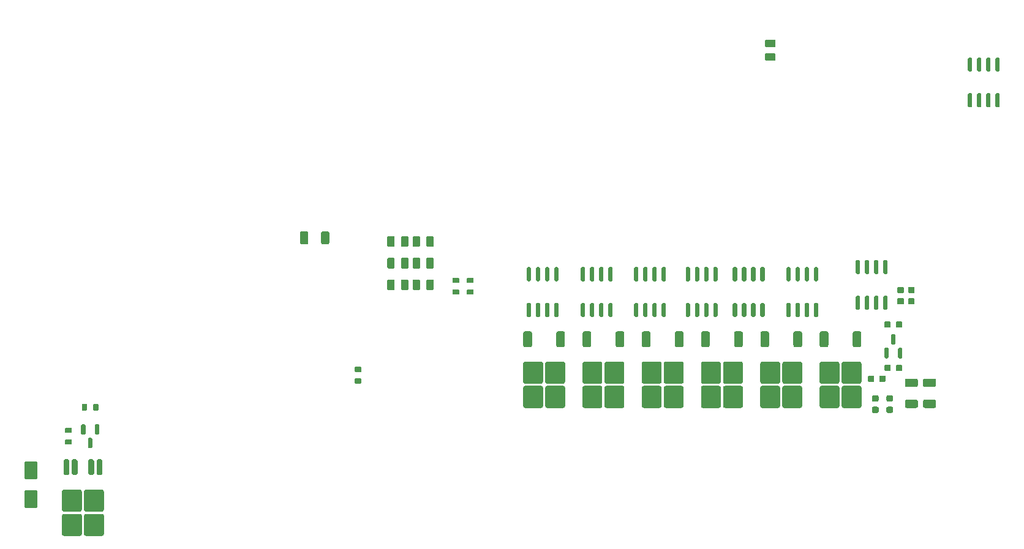
<source format=gtp>
G04 #@! TF.GenerationSoftware,KiCad,Pcbnew,8.0.9-8.0.9-0~ubuntu24.04.1*
G04 #@! TF.CreationDate,2025-12-28T01:44:34+00:00*
G04 #@! TF.ProjectId,greenenergyecu,67726565-6e65-46e6-9572-67796563752e,d*
G04 #@! TF.SameCoordinates,PX2b953a0PY6943058*
G04 #@! TF.FileFunction,Paste,Top*
G04 #@! TF.FilePolarity,Positive*
%FSLAX46Y46*%
G04 Gerber Fmt 4.6, Leading zero omitted, Abs format (unit mm)*
G04 Created by KiCad (PCBNEW 8.0.9-8.0.9-0~ubuntu24.04.1) date 2025-12-28 01:44:34*
%MOMM*%
%LPD*%
G01*
G04 APERTURE LIST*
%ADD10O,0.000001X0.000001*%
G04 APERTURE END LIST*
G04 #@! TO.C,C5*
G36*
G01*
X131960000Y59590001D02*
X132640000Y59590001D01*
G75*
G02*
X132725000Y59505001I0J-85000D01*
G01*
X132725000Y58825001D01*
G75*
G02*
X132640000Y58740001I-85000J0D01*
G01*
X131960000Y58740001D01*
G75*
G02*
X131875000Y58825001I0J85000D01*
G01*
X131875000Y59505001D01*
G75*
G02*
X131960000Y59590001I85000J0D01*
G01*
G37*
G36*
G01*
X131960000Y58009999D02*
X132640000Y58009999D01*
G75*
G02*
X132725000Y57924999I0J-85000D01*
G01*
X132725000Y57244999D01*
G75*
G02*
X132640000Y57159999I-85000J0D01*
G01*
X131960000Y57159999D01*
G75*
G02*
X131875000Y57244999I0J85000D01*
G01*
X131875000Y57924999D01*
G75*
G02*
X131960000Y58009999I85000J0D01*
G01*
G37*
G04 #@! TD*
D10*
G04 #@! TO.C,M7*
X123487499Y97518334D03*
G04 #@! TD*
G04 #@! TO.C,R843*
G36*
G01*
X55410000Y48525000D02*
X56190000Y48525000D01*
G75*
G02*
X56260000Y48455000I0J-70000D01*
G01*
X56260000Y47895000D01*
G75*
G02*
X56190000Y47825000I-70000J0D01*
G01*
X55410000Y47825000D01*
G75*
G02*
X55340000Y47895000I0J70000D01*
G01*
X55340000Y48455000D01*
G75*
G02*
X55410000Y48525000I70000J0D01*
G01*
G37*
G36*
G01*
X55410000Y46925000D02*
X56190000Y46925000D01*
G75*
G02*
X56260000Y46855000I0J-70000D01*
G01*
X56260000Y46295000D01*
G75*
G02*
X56190000Y46225000I-70000J0D01*
G01*
X55410000Y46225000D01*
G75*
G02*
X55340000Y46295000I0J70000D01*
G01*
X55340000Y46855000D01*
G75*
G02*
X55410000Y46925000I70000J0D01*
G01*
G37*
G04 #@! TD*
G04 #@! TO.C,D1*
G36*
G01*
X9920000Y35475000D02*
X11220000Y35475000D01*
G75*
G02*
X11470000Y35225000I0J-250000D01*
G01*
X11470000Y33225000D01*
G75*
G02*
X11220000Y32975000I-250000J0D01*
G01*
X9920000Y32975000D01*
G75*
G02*
X9670000Y33225000I0J250000D01*
G01*
X9670000Y35225000D01*
G75*
G02*
X9920000Y35475000I250000J0D01*
G01*
G37*
G36*
G01*
X9920000Y31475000D02*
X11220000Y31475000D01*
G75*
G02*
X11470000Y31225000I0J-250000D01*
G01*
X11470000Y29225000D01*
G75*
G02*
X11220000Y28975000I-250000J0D01*
G01*
X9920000Y28975000D01*
G75*
G02*
X9670000Y29225000I0J250000D01*
G01*
X9670000Y31225000D01*
G75*
G02*
X9920000Y31475000I250000J0D01*
G01*
G37*
G04 #@! TD*
G04 #@! TO.C,C843*
G36*
G01*
X128725000Y47215000D02*
X128725000Y46535000D01*
G75*
G02*
X128640000Y46450000I-85000J0D01*
G01*
X127960000Y46450000D01*
G75*
G02*
X127875000Y46535000I0J85000D01*
G01*
X127875000Y47215000D01*
G75*
G02*
X127960000Y47300000I85000J0D01*
G01*
X128640000Y47300000D01*
G75*
G02*
X128725000Y47215000I0J-85000D01*
G01*
G37*
G36*
G01*
X127144998Y47215000D02*
X127144998Y46535000D01*
G75*
G02*
X127059998Y46450000I-85000J0D01*
G01*
X126379998Y46450000D01*
G75*
G02*
X126294998Y46535000I0J85000D01*
G01*
X126294998Y47215000D01*
G75*
G02*
X126379998Y47300000I85000J0D01*
G01*
X127059998Y47300000D01*
G75*
G02*
X127144998Y47215000I0J-85000D01*
G01*
G37*
G04 #@! TD*
G04 #@! TO.C,U846*
G36*
G01*
X125045000Y56425000D02*
X124745000Y56425000D01*
G75*
G02*
X124595000Y56575000I0J150000D01*
G01*
X124595000Y58225000D01*
G75*
G02*
X124745000Y58375000I150000J0D01*
G01*
X125045000Y58375000D01*
G75*
G02*
X125195000Y58225000I0J-150000D01*
G01*
X125195000Y56575000D01*
G75*
G02*
X125045000Y56425000I-150000J0D01*
G01*
G37*
G36*
G01*
X126315000Y56425000D02*
X126015000Y56425000D01*
G75*
G02*
X125865000Y56575000I0J150000D01*
G01*
X125865000Y58225000D01*
G75*
G02*
X126015000Y58375000I150000J0D01*
G01*
X126315000Y58375000D01*
G75*
G02*
X126465000Y58225000I0J-150000D01*
G01*
X126465000Y56575000D01*
G75*
G02*
X126315000Y56425000I-150000J0D01*
G01*
G37*
G36*
G01*
X127585000Y56425000D02*
X127285000Y56425000D01*
G75*
G02*
X127135000Y56575000I0J150000D01*
G01*
X127135000Y58225000D01*
G75*
G02*
X127285000Y58375000I150000J0D01*
G01*
X127585000Y58375000D01*
G75*
G02*
X127735000Y58225000I0J-150000D01*
G01*
X127735000Y56575000D01*
G75*
G02*
X127585000Y56425000I-150000J0D01*
G01*
G37*
G36*
G01*
X128855000Y56425000D02*
X128555000Y56425000D01*
G75*
G02*
X128405000Y56575000I0J150000D01*
G01*
X128405000Y58225000D01*
G75*
G02*
X128555000Y58375000I150000J0D01*
G01*
X128855000Y58375000D01*
G75*
G02*
X129005000Y58225000I0J-150000D01*
G01*
X129005000Y56575000D01*
G75*
G02*
X128855000Y56425000I-150000J0D01*
G01*
G37*
G36*
G01*
X128855000Y61375000D02*
X128555000Y61375000D01*
G75*
G02*
X128405000Y61525000I0J150000D01*
G01*
X128405000Y63175000D01*
G75*
G02*
X128555000Y63325000I150000J0D01*
G01*
X128855000Y63325000D01*
G75*
G02*
X129005000Y63175000I0J-150000D01*
G01*
X129005000Y61525000D01*
G75*
G02*
X128855000Y61375000I-150000J0D01*
G01*
G37*
G36*
G01*
X127585000Y61375000D02*
X127285000Y61375000D01*
G75*
G02*
X127135000Y61525000I0J150000D01*
G01*
X127135000Y63175000D01*
G75*
G02*
X127285000Y63325000I150000J0D01*
G01*
X127585000Y63325000D01*
G75*
G02*
X127735000Y63175000I0J-150000D01*
G01*
X127735000Y61525000D01*
G75*
G02*
X127585000Y61375000I-150000J0D01*
G01*
G37*
G36*
G01*
X126315000Y61375000D02*
X126015000Y61375000D01*
G75*
G02*
X125865000Y61525000I0J150000D01*
G01*
X125865000Y63175000D01*
G75*
G02*
X126015000Y63325000I150000J0D01*
G01*
X126315000Y63325000D01*
G75*
G02*
X126465000Y63175000I0J-150000D01*
G01*
X126465000Y61525000D01*
G75*
G02*
X126315000Y61375000I-150000J0D01*
G01*
G37*
G36*
G01*
X125045000Y61375000D02*
X124745000Y61375000D01*
G75*
G02*
X124595000Y61525000I0J150000D01*
G01*
X124595000Y63175000D01*
G75*
G02*
X124745000Y63325000I150000J0D01*
G01*
X125045000Y63325000D01*
G75*
G02*
X125195000Y63175000I0J-150000D01*
G01*
X125195000Y61525000D01*
G75*
G02*
X125045000Y61375000I-150000J0D01*
G01*
G37*
G04 #@! TD*
G04 #@! TO.C,F842*
G36*
G01*
X135700000Y43769990D02*
X135700000Y43079990D01*
G75*
G02*
X135470000Y42849990I-230000J0D01*
G01*
X134130000Y42849990D01*
G75*
G02*
X133900000Y43079990I0J230000D01*
G01*
X133900000Y43769990D01*
G75*
G02*
X134130000Y43999990I230000J0D01*
G01*
X135470000Y43999990D01*
G75*
G02*
X135700000Y43769990I0J-230000D01*
G01*
G37*
G36*
G01*
X135700000Y46670010D02*
X135700000Y45980010D01*
G75*
G02*
X135470000Y45750010I-230000J0D01*
G01*
X134130000Y45750010D01*
G75*
G02*
X133900000Y45980010I0J230000D01*
G01*
X133900000Y46670010D01*
G75*
G02*
X134130000Y46900010I230000J0D01*
G01*
X135470000Y46900010D01*
G75*
G02*
X135700000Y46670010I0J-230000D01*
G01*
G37*
G04 #@! TD*
G04 #@! TO.C,F843*
G36*
G01*
X48694990Y65475000D02*
X48004990Y65475000D01*
G75*
G02*
X47774990Y65705000I0J230000D01*
G01*
X47774990Y67045000D01*
G75*
G02*
X48004990Y67275000I230000J0D01*
G01*
X48694990Y67275000D01*
G75*
G02*
X48924990Y67045000I0J-230000D01*
G01*
X48924990Y65705000D01*
G75*
G02*
X48694990Y65475000I-230000J0D01*
G01*
G37*
G36*
G01*
X51595010Y65475000D02*
X50905010Y65475000D01*
G75*
G02*
X50675010Y65705000I0J230000D01*
G01*
X50675010Y67045000D01*
G75*
G02*
X50905010Y67275000I230000J0D01*
G01*
X51595010Y67275000D01*
G75*
G02*
X51825010Y67045000I0J-230000D01*
G01*
X51825010Y65705000D01*
G75*
G02*
X51595010Y65475000I-230000J0D01*
G01*
G37*
G04 #@! TD*
G04 #@! TO.C,Q841*
G36*
G01*
X83450000Y53450000D02*
X84150000Y53450000D01*
G75*
G02*
X84400000Y53200000I0J-250000D01*
G01*
X84400000Y51500000D01*
G75*
G02*
X84150000Y51250000I-250000J0D01*
G01*
X83450000Y51250000D01*
G75*
G02*
X83200000Y51500000I0J250000D01*
G01*
X83200000Y53200000D01*
G75*
G02*
X83450000Y53450000I250000J0D01*
G01*
G37*
G36*
G01*
X81920000Y49250000D02*
X84170000Y49250000D01*
G75*
G02*
X84420000Y49000000I0J-250000D01*
G01*
X84420000Y46450000D01*
G75*
G02*
X84170000Y46200000I-250000J0D01*
G01*
X81920000Y46200000D01*
G75*
G02*
X81670000Y46450000I0J250000D01*
G01*
X81670000Y49000000D01*
G75*
G02*
X81920000Y49250000I250000J0D01*
G01*
G37*
G36*
G01*
X78870000Y49250000D02*
X81120000Y49250000D01*
G75*
G02*
X81370000Y49000000I0J-250000D01*
G01*
X81370000Y46450000D01*
G75*
G02*
X81120000Y46200000I-250000J0D01*
G01*
X78870000Y46200000D01*
G75*
G02*
X78620000Y46450000I0J250000D01*
G01*
X78620000Y49000000D01*
G75*
G02*
X78870000Y49250000I250000J0D01*
G01*
G37*
G36*
G01*
X81920000Y45900000D02*
X84170000Y45900000D01*
G75*
G02*
X84420000Y45650000I0J-250000D01*
G01*
X84420000Y43100000D01*
G75*
G02*
X84170000Y42850000I-250000J0D01*
G01*
X81920000Y42850000D01*
G75*
G02*
X81670000Y43100000I0J250000D01*
G01*
X81670000Y45650000D01*
G75*
G02*
X81920000Y45900000I250000J0D01*
G01*
G37*
G36*
G01*
X78870000Y45900000D02*
X81120000Y45900000D01*
G75*
G02*
X81370000Y45650000I0J-250000D01*
G01*
X81370000Y43100000D01*
G75*
G02*
X81120000Y42850000I-250000J0D01*
G01*
X78870000Y42850000D01*
G75*
G02*
X78620000Y43100000I0J250000D01*
G01*
X78620000Y45650000D01*
G75*
G02*
X78870000Y45900000I250000J0D01*
G01*
G37*
G36*
G01*
X78890000Y53450000D02*
X79590000Y53450000D01*
G75*
G02*
X79840000Y53200000I0J-250000D01*
G01*
X79840000Y51500000D01*
G75*
G02*
X79590000Y51250000I-250000J0D01*
G01*
X78890000Y51250000D01*
G75*
G02*
X78640000Y51500000I0J250000D01*
G01*
X78640000Y53200000D01*
G75*
G02*
X78890000Y53450000I250000J0D01*
G01*
G37*
G04 #@! TD*
G04 #@! TO.C,F841*
G36*
G01*
X133200000Y43769990D02*
X133200000Y43079990D01*
G75*
G02*
X132970000Y42849990I-230000J0D01*
G01*
X131630000Y42849990D01*
G75*
G02*
X131400000Y43079990I0J230000D01*
G01*
X131400000Y43769990D01*
G75*
G02*
X131630000Y43999990I230000J0D01*
G01*
X132970000Y43999990D01*
G75*
G02*
X133200000Y43769990I0J-230000D01*
G01*
G37*
G36*
G01*
X133200000Y46670010D02*
X133200000Y45980010D01*
G75*
G02*
X132970000Y45750010I-230000J0D01*
G01*
X131630000Y45750010D01*
G75*
G02*
X131400000Y45980010I0J230000D01*
G01*
X131400000Y46670010D01*
G75*
G02*
X131630000Y46900010I230000J0D01*
G01*
X132970000Y46900010D01*
G75*
G02*
X133200000Y46670010I0J-230000D01*
G01*
G37*
G04 #@! TD*
G04 #@! TO.C,U842*
G36*
G01*
X90555000Y62325000D02*
X90855000Y62325000D01*
G75*
G02*
X91005000Y62175000I0J-150000D01*
G01*
X91005000Y60525000D01*
G75*
G02*
X90855000Y60375000I-150000J0D01*
G01*
X90555000Y60375000D01*
G75*
G02*
X90405000Y60525000I0J150000D01*
G01*
X90405000Y62175000D01*
G75*
G02*
X90555000Y62325000I150000J0D01*
G01*
G37*
G36*
G01*
X89285000Y62325000D02*
X89585000Y62325000D01*
G75*
G02*
X89735000Y62175000I0J-150000D01*
G01*
X89735000Y60525000D01*
G75*
G02*
X89585000Y60375000I-150000J0D01*
G01*
X89285000Y60375000D01*
G75*
G02*
X89135000Y60525000I0J150000D01*
G01*
X89135000Y62175000D01*
G75*
G02*
X89285000Y62325000I150000J0D01*
G01*
G37*
G36*
G01*
X88015000Y62325000D02*
X88315000Y62325000D01*
G75*
G02*
X88465000Y62175000I0J-150000D01*
G01*
X88465000Y60525000D01*
G75*
G02*
X88315000Y60375000I-150000J0D01*
G01*
X88015000Y60375000D01*
G75*
G02*
X87865000Y60525000I0J150000D01*
G01*
X87865000Y62175000D01*
G75*
G02*
X88015000Y62325000I150000J0D01*
G01*
G37*
G36*
G01*
X86745000Y62325000D02*
X87045000Y62325000D01*
G75*
G02*
X87195000Y62175000I0J-150000D01*
G01*
X87195000Y60525000D01*
G75*
G02*
X87045000Y60375000I-150000J0D01*
G01*
X86745000Y60375000D01*
G75*
G02*
X86595000Y60525000I0J150000D01*
G01*
X86595000Y62175000D01*
G75*
G02*
X86745000Y62325000I150000J0D01*
G01*
G37*
G36*
G01*
X86745000Y57375000D02*
X87045000Y57375000D01*
G75*
G02*
X87195000Y57225000I0J-150000D01*
G01*
X87195000Y55575000D01*
G75*
G02*
X87045000Y55425000I-150000J0D01*
G01*
X86745000Y55425000D01*
G75*
G02*
X86595000Y55575000I0J150000D01*
G01*
X86595000Y57225000D01*
G75*
G02*
X86745000Y57375000I150000J0D01*
G01*
G37*
G36*
G01*
X88015000Y57375000D02*
X88315000Y57375000D01*
G75*
G02*
X88465000Y57225000I0J-150000D01*
G01*
X88465000Y55575000D01*
G75*
G02*
X88315000Y55425000I-150000J0D01*
G01*
X88015000Y55425000D01*
G75*
G02*
X87865000Y55575000I0J150000D01*
G01*
X87865000Y57225000D01*
G75*
G02*
X88015000Y57375000I150000J0D01*
G01*
G37*
G36*
G01*
X89285000Y57375000D02*
X89585000Y57375000D01*
G75*
G02*
X89735000Y57225000I0J-150000D01*
G01*
X89735000Y55575000D01*
G75*
G02*
X89585000Y55425000I-150000J0D01*
G01*
X89285000Y55425000D01*
G75*
G02*
X89135000Y55575000I0J150000D01*
G01*
X89135000Y57225000D01*
G75*
G02*
X89285000Y57375000I150000J0D01*
G01*
G37*
G36*
G01*
X90555000Y57375000D02*
X90855000Y57375000D01*
G75*
G02*
X91005000Y57225000I0J-150000D01*
G01*
X91005000Y55575000D01*
G75*
G02*
X90855000Y55425000I-150000J0D01*
G01*
X90555000Y55425000D01*
G75*
G02*
X90405000Y55575000I0J150000D01*
G01*
X90405000Y57225000D01*
G75*
G02*
X90555000Y57375000I150000J0D01*
G01*
G37*
G04 #@! TD*
G04 #@! TO.C,C845*
G36*
G01*
X128584999Y48035000D02*
X128584999Y48715000D01*
G75*
G02*
X128669999Y48800000I85000J0D01*
G01*
X129349999Y48800000D01*
G75*
G02*
X129434999Y48715000I0J-85000D01*
G01*
X129434999Y48035000D01*
G75*
G02*
X129349999Y47950000I-85000J0D01*
G01*
X128669999Y47950000D01*
G75*
G02*
X128584999Y48035000I0J85000D01*
G01*
G37*
G36*
G01*
X130165001Y48035000D02*
X130165001Y48715000D01*
G75*
G02*
X130250001Y48800000I85000J0D01*
G01*
X130930001Y48800000D01*
G75*
G02*
X131015001Y48715000I0J-85000D01*
G01*
X131015001Y48035000D01*
G75*
G02*
X130930001Y47950000I-85000J0D01*
G01*
X130250001Y47950000D01*
G75*
G02*
X130165001Y48035000I0J85000D01*
G01*
G37*
G04 #@! TD*
G04 #@! TO.C,R847*
G36*
G01*
X69690000Y58525000D02*
X68910000Y58525000D01*
G75*
G02*
X68840000Y58595000I0J70000D01*
G01*
X68840000Y59155000D01*
G75*
G02*
X68910000Y59225000I70000J0D01*
G01*
X69690000Y59225000D01*
G75*
G02*
X69760000Y59155000I0J-70000D01*
G01*
X69760000Y58595000D01*
G75*
G02*
X69690000Y58525000I-70000J0D01*
G01*
G37*
G36*
G01*
X69690000Y60125000D02*
X68910000Y60125000D01*
G75*
G02*
X68840000Y60195000I0J70000D01*
G01*
X68840000Y60755000D01*
G75*
G02*
X68910000Y60825000I70000J0D01*
G01*
X69690000Y60825000D01*
G75*
G02*
X69760000Y60755000I0J-70000D01*
G01*
X69760000Y60195000D01*
G75*
G02*
X69690000Y60125000I-70000J0D01*
G01*
G37*
G04 #@! TD*
G04 #@! TO.C,U848*
G36*
G01*
X105055000Y62325000D02*
X105355000Y62325000D01*
G75*
G02*
X105505000Y62175000I0J-150000D01*
G01*
X105505000Y60525000D01*
G75*
G02*
X105355000Y60375000I-150000J0D01*
G01*
X105055000Y60375000D01*
G75*
G02*
X104905000Y60525000I0J150000D01*
G01*
X104905000Y62175000D01*
G75*
G02*
X105055000Y62325000I150000J0D01*
G01*
G37*
G36*
G01*
X103785000Y62325000D02*
X104085000Y62325000D01*
G75*
G02*
X104235000Y62175000I0J-150000D01*
G01*
X104235000Y60525000D01*
G75*
G02*
X104085000Y60375000I-150000J0D01*
G01*
X103785000Y60375000D01*
G75*
G02*
X103635000Y60525000I0J150000D01*
G01*
X103635000Y62175000D01*
G75*
G02*
X103785000Y62325000I150000J0D01*
G01*
G37*
G36*
G01*
X102515000Y62325000D02*
X102815000Y62325000D01*
G75*
G02*
X102965000Y62175000I0J-150000D01*
G01*
X102965000Y60525000D01*
G75*
G02*
X102815000Y60375000I-150000J0D01*
G01*
X102515000Y60375000D01*
G75*
G02*
X102365000Y60525000I0J150000D01*
G01*
X102365000Y62175000D01*
G75*
G02*
X102515000Y62325000I150000J0D01*
G01*
G37*
G36*
G01*
X101245000Y62325000D02*
X101545000Y62325000D01*
G75*
G02*
X101695000Y62175000I0J-150000D01*
G01*
X101695000Y60525000D01*
G75*
G02*
X101545000Y60375000I-150000J0D01*
G01*
X101245000Y60375000D01*
G75*
G02*
X101095000Y60525000I0J150000D01*
G01*
X101095000Y62175000D01*
G75*
G02*
X101245000Y62325000I150000J0D01*
G01*
G37*
G36*
G01*
X101245000Y57375000D02*
X101545000Y57375000D01*
G75*
G02*
X101695000Y57225000I0J-150000D01*
G01*
X101695000Y55575000D01*
G75*
G02*
X101545000Y55425000I-150000J0D01*
G01*
X101245000Y55425000D01*
G75*
G02*
X101095000Y55575000I0J150000D01*
G01*
X101095000Y57225000D01*
G75*
G02*
X101245000Y57375000I150000J0D01*
G01*
G37*
G36*
G01*
X102515000Y57375000D02*
X102815000Y57375000D01*
G75*
G02*
X102965000Y57225000I0J-150000D01*
G01*
X102965000Y55575000D01*
G75*
G02*
X102815000Y55425000I-150000J0D01*
G01*
X102515000Y55425000D01*
G75*
G02*
X102365000Y55575000I0J150000D01*
G01*
X102365000Y57225000D01*
G75*
G02*
X102515000Y57375000I150000J0D01*
G01*
G37*
G36*
G01*
X103785000Y57375000D02*
X104085000Y57375000D01*
G75*
G02*
X104235000Y57225000I0J-150000D01*
G01*
X104235000Y55575000D01*
G75*
G02*
X104085000Y55425000I-150000J0D01*
G01*
X103785000Y55425000D01*
G75*
G02*
X103635000Y55575000I0J150000D01*
G01*
X103635000Y57225000D01*
G75*
G02*
X103785000Y57375000I150000J0D01*
G01*
G37*
G36*
G01*
X105055000Y57375000D02*
X105355000Y57375000D01*
G75*
G02*
X105505000Y57225000I0J-150000D01*
G01*
X105505000Y55575000D01*
G75*
G02*
X105355000Y55425000I-150000J0D01*
G01*
X105055000Y55425000D01*
G75*
G02*
X104905000Y55575000I0J150000D01*
G01*
X104905000Y57225000D01*
G75*
G02*
X105055000Y57375000I150000J0D01*
G01*
G37*
G04 #@! TD*
G04 #@! TO.C,R848*
G36*
G01*
X71690000Y58525000D02*
X70910000Y58525000D01*
G75*
G02*
X70840000Y58595000I0J70000D01*
G01*
X70840000Y59155000D01*
G75*
G02*
X70910000Y59225000I70000J0D01*
G01*
X71690000Y59225000D01*
G75*
G02*
X71760000Y59155000I0J-70000D01*
G01*
X71760000Y58595000D01*
G75*
G02*
X71690000Y58525000I-70000J0D01*
G01*
G37*
G36*
G01*
X71690000Y60125000D02*
X70910000Y60125000D01*
G75*
G02*
X70840000Y60195000I0J70000D01*
G01*
X70840000Y60755000D01*
G75*
G02*
X70910000Y60825000I70000J0D01*
G01*
X71690000Y60825000D01*
G75*
G02*
X71760000Y60755000I0J-70000D01*
G01*
X71760000Y60195000D01*
G75*
G02*
X71690000Y60125000I-70000J0D01*
G01*
G37*
G04 #@! TD*
G04 #@! TO.C,R8*
G36*
G01*
X62750001Y63500000D02*
X62750001Y62250000D01*
G75*
G02*
X62650001Y62150000I-100000J0D01*
G01*
X61850001Y62150000D01*
G75*
G02*
X61750001Y62250000I0J100000D01*
G01*
X61750001Y63500000D01*
G75*
G02*
X61850001Y63600000I100000J0D01*
G01*
X62650001Y63600000D01*
G75*
G02*
X62750001Y63500000I0J-100000D01*
G01*
G37*
G36*
G01*
X60849979Y63500000D02*
X60849979Y62250000D01*
G75*
G02*
X60749979Y62150000I-100000J0D01*
G01*
X59949979Y62150000D01*
G75*
G02*
X59849979Y62250000I0J100000D01*
G01*
X59849979Y63500000D01*
G75*
G02*
X59949979Y63600000I100000J0D01*
G01*
X60749979Y63600000D01*
G75*
G02*
X60849979Y63500000I0J-100000D01*
G01*
G37*
G04 #@! TD*
G04 #@! TO.C,C844*
G36*
G01*
X128584999Y54035000D02*
X128584999Y54715000D01*
G75*
G02*
X128669999Y54800000I85000J0D01*
G01*
X129349999Y54800000D01*
G75*
G02*
X129434999Y54715000I0J-85000D01*
G01*
X129434999Y54035000D01*
G75*
G02*
X129349999Y53950000I-85000J0D01*
G01*
X128669999Y53950000D01*
G75*
G02*
X128584999Y54035000I0J85000D01*
G01*
G37*
G36*
G01*
X130165001Y54035000D02*
X130165001Y54715000D01*
G75*
G02*
X130250001Y54800000I85000J0D01*
G01*
X130930001Y54800000D01*
G75*
G02*
X131015001Y54715000I0J-85000D01*
G01*
X131015001Y54035000D01*
G75*
G02*
X130930001Y53950000I-85000J0D01*
G01*
X130250001Y53950000D01*
G75*
G02*
X130165001Y54035000I0J85000D01*
G01*
G37*
G04 #@! TD*
G04 #@! TO.C,Q845*
G36*
G01*
X116230000Y53450000D02*
X116930000Y53450000D01*
G75*
G02*
X117180000Y53200000I0J-250000D01*
G01*
X117180000Y51500000D01*
G75*
G02*
X116930000Y51250000I-250000J0D01*
G01*
X116230000Y51250000D01*
G75*
G02*
X115980000Y51500000I0J250000D01*
G01*
X115980000Y53200000D01*
G75*
G02*
X116230000Y53450000I250000J0D01*
G01*
G37*
G36*
G01*
X114700000Y49250000D02*
X116950000Y49250000D01*
G75*
G02*
X117200000Y49000000I0J-250000D01*
G01*
X117200000Y46450000D01*
G75*
G02*
X116950000Y46200000I-250000J0D01*
G01*
X114700000Y46200000D01*
G75*
G02*
X114450000Y46450000I0J250000D01*
G01*
X114450000Y49000000D01*
G75*
G02*
X114700000Y49250000I250000J0D01*
G01*
G37*
G36*
G01*
X111650000Y49250000D02*
X113900000Y49250000D01*
G75*
G02*
X114150000Y49000000I0J-250000D01*
G01*
X114150000Y46450000D01*
G75*
G02*
X113900000Y46200000I-250000J0D01*
G01*
X111650000Y46200000D01*
G75*
G02*
X111400000Y46450000I0J250000D01*
G01*
X111400000Y49000000D01*
G75*
G02*
X111650000Y49250000I250000J0D01*
G01*
G37*
G36*
G01*
X114700000Y45900000D02*
X116950000Y45900000D01*
G75*
G02*
X117200000Y45650000I0J-250000D01*
G01*
X117200000Y43100000D01*
G75*
G02*
X116950000Y42850000I-250000J0D01*
G01*
X114700000Y42850000D01*
G75*
G02*
X114450000Y43100000I0J250000D01*
G01*
X114450000Y45650000D01*
G75*
G02*
X114700000Y45900000I250000J0D01*
G01*
G37*
G36*
G01*
X111650000Y45900000D02*
X113900000Y45900000D01*
G75*
G02*
X114150000Y45650000I0J-250000D01*
G01*
X114150000Y43100000D01*
G75*
G02*
X113900000Y42850000I-250000J0D01*
G01*
X111650000Y42850000D01*
G75*
G02*
X111400000Y43100000I0J250000D01*
G01*
X111400000Y45650000D01*
G75*
G02*
X111650000Y45900000I250000J0D01*
G01*
G37*
G36*
G01*
X111670000Y53450000D02*
X112370000Y53450000D01*
G75*
G02*
X112620000Y53200000I0J-250000D01*
G01*
X112620000Y51500000D01*
G75*
G02*
X112370000Y51250000I-250000J0D01*
G01*
X111670000Y51250000D01*
G75*
G02*
X111420000Y51500000I0J250000D01*
G01*
X111420000Y53200000D01*
G75*
G02*
X111670000Y53450000I250000J0D01*
G01*
G37*
G04 #@! TD*
G04 #@! TO.C,Q842*
G36*
G01*
X91645000Y53450000D02*
X92345000Y53450000D01*
G75*
G02*
X92595000Y53200000I0J-250000D01*
G01*
X92595000Y51500000D01*
G75*
G02*
X92345000Y51250000I-250000J0D01*
G01*
X91645000Y51250000D01*
G75*
G02*
X91395000Y51500000I0J250000D01*
G01*
X91395000Y53200000D01*
G75*
G02*
X91645000Y53450000I250000J0D01*
G01*
G37*
G36*
G01*
X90115000Y49250000D02*
X92365000Y49250000D01*
G75*
G02*
X92615000Y49000000I0J-250000D01*
G01*
X92615000Y46450000D01*
G75*
G02*
X92365000Y46200000I-250000J0D01*
G01*
X90115000Y46200000D01*
G75*
G02*
X89865000Y46450000I0J250000D01*
G01*
X89865000Y49000000D01*
G75*
G02*
X90115000Y49250000I250000J0D01*
G01*
G37*
G36*
G01*
X87065000Y49250000D02*
X89315000Y49250000D01*
G75*
G02*
X89565000Y49000000I0J-250000D01*
G01*
X89565000Y46450000D01*
G75*
G02*
X89315000Y46200000I-250000J0D01*
G01*
X87065000Y46200000D01*
G75*
G02*
X86815000Y46450000I0J250000D01*
G01*
X86815000Y49000000D01*
G75*
G02*
X87065000Y49250000I250000J0D01*
G01*
G37*
G36*
G01*
X90115000Y45900000D02*
X92365000Y45900000D01*
G75*
G02*
X92615000Y45650000I0J-250000D01*
G01*
X92615000Y43100000D01*
G75*
G02*
X92365000Y42850000I-250000J0D01*
G01*
X90115000Y42850000D01*
G75*
G02*
X89865000Y43100000I0J250000D01*
G01*
X89865000Y45650000D01*
G75*
G02*
X90115000Y45900000I250000J0D01*
G01*
G37*
G36*
G01*
X87065000Y45900000D02*
X89315000Y45900000D01*
G75*
G02*
X89565000Y45650000I0J-250000D01*
G01*
X89565000Y43100000D01*
G75*
G02*
X89315000Y42850000I-250000J0D01*
G01*
X87065000Y42850000D01*
G75*
G02*
X86815000Y43100000I0J250000D01*
G01*
X86815000Y45650000D01*
G75*
G02*
X87065000Y45900000I250000J0D01*
G01*
G37*
G36*
G01*
X87085000Y53450000D02*
X87785000Y53450000D01*
G75*
G02*
X88035000Y53200000I0J-250000D01*
G01*
X88035000Y51500000D01*
G75*
G02*
X87785000Y51250000I-250000J0D01*
G01*
X87085000Y51250000D01*
G75*
G02*
X86835000Y51500000I0J250000D01*
G01*
X86835000Y53200000D01*
G75*
G02*
X87085000Y53450000I250000J0D01*
G01*
G37*
G04 #@! TD*
G04 #@! TO.C,R7*
G36*
G01*
X62750001Y60500000D02*
X62750001Y59250000D01*
G75*
G02*
X62650001Y59150000I-100000J0D01*
G01*
X61850001Y59150000D01*
G75*
G02*
X61750001Y59250000I0J100000D01*
G01*
X61750001Y60500000D01*
G75*
G02*
X61850001Y60600000I100000J0D01*
G01*
X62650001Y60600000D01*
G75*
G02*
X62750001Y60500000I0J-100000D01*
G01*
G37*
G36*
G01*
X60849979Y60500000D02*
X60849979Y59250000D01*
G75*
G02*
X60749979Y59150000I-100000J0D01*
G01*
X59949979Y59150000D01*
G75*
G02*
X59849979Y59250000I0J100000D01*
G01*
X59849979Y60500000D01*
G75*
G02*
X59949979Y60600000I100000J0D01*
G01*
X60749979Y60600000D01*
G75*
G02*
X60849979Y60500000I0J-100000D01*
G01*
G37*
G04 #@! TD*
G04 #@! TO.C,D846*
G36*
G01*
X129000000Y49700000D02*
X128700000Y49700000D01*
G75*
G02*
X128550000Y49850000I0J150000D01*
G01*
X128550000Y51025000D01*
G75*
G02*
X128700000Y51175000I150000J0D01*
G01*
X129000000Y51175000D01*
G75*
G02*
X129150000Y51025000I0J-150000D01*
G01*
X129150000Y49850000D01*
G75*
G02*
X129000000Y49700000I-150000J0D01*
G01*
G37*
G36*
G01*
X130900000Y49700000D02*
X130600000Y49700000D01*
G75*
G02*
X130450000Y49850000I0J150000D01*
G01*
X130450000Y51025000D01*
G75*
G02*
X130600000Y51175000I150000J0D01*
G01*
X130900000Y51175000D01*
G75*
G02*
X131050000Y51025000I0J-150000D01*
G01*
X131050000Y49850000D01*
G75*
G02*
X130900000Y49700000I-150000J0D01*
G01*
G37*
G36*
G01*
X129950000Y51575000D02*
X129650000Y51575000D01*
G75*
G02*
X129500000Y51725000I0J150000D01*
G01*
X129500000Y52900000D01*
G75*
G02*
X129650000Y53050000I150000J0D01*
G01*
X129950000Y53050000D01*
G75*
G02*
X130100000Y52900000I0J-150000D01*
G01*
X130100000Y51725000D01*
G75*
G02*
X129950000Y51575000I-150000J0D01*
G01*
G37*
G04 #@! TD*
G04 #@! TO.C,U844*
G36*
G01*
X118960000Y62325000D02*
X119260000Y62325000D01*
G75*
G02*
X119410000Y62175000I0J-150000D01*
G01*
X119410000Y60525000D01*
G75*
G02*
X119260000Y60375000I-150000J0D01*
G01*
X118960000Y60375000D01*
G75*
G02*
X118810000Y60525000I0J150000D01*
G01*
X118810000Y62175000D01*
G75*
G02*
X118960000Y62325000I150000J0D01*
G01*
G37*
G36*
G01*
X117690000Y62325000D02*
X117990000Y62325000D01*
G75*
G02*
X118140000Y62175000I0J-150000D01*
G01*
X118140000Y60525000D01*
G75*
G02*
X117990000Y60375000I-150000J0D01*
G01*
X117690000Y60375000D01*
G75*
G02*
X117540000Y60525000I0J150000D01*
G01*
X117540000Y62175000D01*
G75*
G02*
X117690000Y62325000I150000J0D01*
G01*
G37*
G36*
G01*
X116420000Y62325000D02*
X116720000Y62325000D01*
G75*
G02*
X116870000Y62175000I0J-150000D01*
G01*
X116870000Y60525000D01*
G75*
G02*
X116720000Y60375000I-150000J0D01*
G01*
X116420000Y60375000D01*
G75*
G02*
X116270000Y60525000I0J150000D01*
G01*
X116270000Y62175000D01*
G75*
G02*
X116420000Y62325000I150000J0D01*
G01*
G37*
G36*
G01*
X115150000Y62325000D02*
X115450000Y62325000D01*
G75*
G02*
X115600000Y62175000I0J-150000D01*
G01*
X115600000Y60525000D01*
G75*
G02*
X115450000Y60375000I-150000J0D01*
G01*
X115150000Y60375000D01*
G75*
G02*
X115000000Y60525000I0J150000D01*
G01*
X115000000Y62175000D01*
G75*
G02*
X115150000Y62325000I150000J0D01*
G01*
G37*
G36*
G01*
X115150000Y57375000D02*
X115450000Y57375000D01*
G75*
G02*
X115600000Y57225000I0J-150000D01*
G01*
X115600000Y55575000D01*
G75*
G02*
X115450000Y55425000I-150000J0D01*
G01*
X115150000Y55425000D01*
G75*
G02*
X115000000Y55575000I0J150000D01*
G01*
X115000000Y57225000D01*
G75*
G02*
X115150000Y57375000I150000J0D01*
G01*
G37*
G36*
G01*
X116420000Y57375000D02*
X116720000Y57375000D01*
G75*
G02*
X116870000Y57225000I0J-150000D01*
G01*
X116870000Y55575000D01*
G75*
G02*
X116720000Y55425000I-150000J0D01*
G01*
X116420000Y55425000D01*
G75*
G02*
X116270000Y55575000I0J150000D01*
G01*
X116270000Y57225000D01*
G75*
G02*
X116420000Y57375000I150000J0D01*
G01*
G37*
G36*
G01*
X117690000Y57375000D02*
X117990000Y57375000D01*
G75*
G02*
X118140000Y57225000I0J-150000D01*
G01*
X118140000Y55575000D01*
G75*
G02*
X117990000Y55425000I-150000J0D01*
G01*
X117690000Y55425000D01*
G75*
G02*
X117540000Y55575000I0J150000D01*
G01*
X117540000Y57225000D01*
G75*
G02*
X117690000Y57375000I150000J0D01*
G01*
G37*
G36*
G01*
X118960000Y57375000D02*
X119260000Y57375000D01*
G75*
G02*
X119410000Y57225000I0J-150000D01*
G01*
X119410000Y55575000D01*
G75*
G02*
X119260000Y55425000I-150000J0D01*
G01*
X118960000Y55425000D01*
G75*
G02*
X118810000Y55575000I0J150000D01*
G01*
X118810000Y57225000D01*
G75*
G02*
X118960000Y57375000I150000J0D01*
G01*
G37*
G04 #@! TD*
G04 #@! TO.C,U847*
G36*
G01*
X111555000Y62325000D02*
X111855000Y62325000D01*
G75*
G02*
X112005000Y62175000I0J-150000D01*
G01*
X112005000Y60525000D01*
G75*
G02*
X111855000Y60375000I-150000J0D01*
G01*
X111555000Y60375000D01*
G75*
G02*
X111405000Y60525000I0J150000D01*
G01*
X111405000Y62175000D01*
G75*
G02*
X111555000Y62325000I150000J0D01*
G01*
G37*
G36*
G01*
X110285000Y62325000D02*
X110585000Y62325000D01*
G75*
G02*
X110735000Y62175000I0J-150000D01*
G01*
X110735000Y60525000D01*
G75*
G02*
X110585000Y60375000I-150000J0D01*
G01*
X110285000Y60375000D01*
G75*
G02*
X110135000Y60525000I0J150000D01*
G01*
X110135000Y62175000D01*
G75*
G02*
X110285000Y62325000I150000J0D01*
G01*
G37*
G36*
G01*
X109015000Y62325000D02*
X109315000Y62325000D01*
G75*
G02*
X109465000Y62175000I0J-150000D01*
G01*
X109465000Y60525000D01*
G75*
G02*
X109315000Y60375000I-150000J0D01*
G01*
X109015000Y60375000D01*
G75*
G02*
X108865000Y60525000I0J150000D01*
G01*
X108865000Y62175000D01*
G75*
G02*
X109015000Y62325000I150000J0D01*
G01*
G37*
G36*
G01*
X107745000Y62325000D02*
X108045000Y62325000D01*
G75*
G02*
X108195000Y62175000I0J-150000D01*
G01*
X108195000Y60525000D01*
G75*
G02*
X108045000Y60375000I-150000J0D01*
G01*
X107745000Y60375000D01*
G75*
G02*
X107595000Y60525000I0J150000D01*
G01*
X107595000Y62175000D01*
G75*
G02*
X107745000Y62325000I150000J0D01*
G01*
G37*
G36*
G01*
X107745000Y57375000D02*
X108045000Y57375000D01*
G75*
G02*
X108195000Y57225000I0J-150000D01*
G01*
X108195000Y55575000D01*
G75*
G02*
X108045000Y55425000I-150000J0D01*
G01*
X107745000Y55425000D01*
G75*
G02*
X107595000Y55575000I0J150000D01*
G01*
X107595000Y57225000D01*
G75*
G02*
X107745000Y57375000I150000J0D01*
G01*
G37*
G36*
G01*
X109015000Y57375000D02*
X109315000Y57375000D01*
G75*
G02*
X109465000Y57225000I0J-150000D01*
G01*
X109465000Y55575000D01*
G75*
G02*
X109315000Y55425000I-150000J0D01*
G01*
X109015000Y55425000D01*
G75*
G02*
X108865000Y55575000I0J150000D01*
G01*
X108865000Y57225000D01*
G75*
G02*
X109015000Y57375000I150000J0D01*
G01*
G37*
G36*
G01*
X110285000Y57375000D02*
X110585000Y57375000D01*
G75*
G02*
X110735000Y57225000I0J-150000D01*
G01*
X110735000Y55575000D01*
G75*
G02*
X110585000Y55425000I-150000J0D01*
G01*
X110285000Y55425000D01*
G75*
G02*
X110135000Y55575000I0J150000D01*
G01*
X110135000Y57225000D01*
G75*
G02*
X110285000Y57375000I150000J0D01*
G01*
G37*
G36*
G01*
X111555000Y57375000D02*
X111855000Y57375000D01*
G75*
G02*
X112005000Y57225000I0J-150000D01*
G01*
X112005000Y55575000D01*
G75*
G02*
X111855000Y55425000I-150000J0D01*
G01*
X111555000Y55425000D01*
G75*
G02*
X111405000Y55575000I0J150000D01*
G01*
X111405000Y57225000D01*
G75*
G02*
X111555000Y57375000I150000J0D01*
G01*
G37*
G04 #@! TD*
G04 #@! TO.C,R846*
G36*
G01*
X113425000Y90875000D02*
X112175000Y90875000D01*
G75*
G02*
X112075000Y90975000I0J100000D01*
G01*
X112075000Y91775000D01*
G75*
G02*
X112175000Y91875000I100000J0D01*
G01*
X113425000Y91875000D01*
G75*
G02*
X113525000Y91775000I0J-100000D01*
G01*
X113525000Y90975000D01*
G75*
G02*
X113425000Y90875000I-100000J0D01*
G01*
G37*
G36*
G01*
X113425000Y92775022D02*
X112175000Y92775022D01*
G75*
G02*
X112075000Y92875022I0J100000D01*
G01*
X112075000Y93675022D01*
G75*
G02*
X112175000Y93775022I100000J0D01*
G01*
X113425000Y93775022D01*
G75*
G02*
X113525000Y93675022I0J-100000D01*
G01*
X113525000Y92875022D01*
G75*
G02*
X113425000Y92775022I-100000J0D01*
G01*
G37*
G04 #@! TD*
G04 #@! TO.C,R10*
G36*
G01*
X66250001Y60500000D02*
X66250001Y59250000D01*
G75*
G02*
X66150001Y59150000I-100000J0D01*
G01*
X65350001Y59150000D01*
G75*
G02*
X65250001Y59250000I0J100000D01*
G01*
X65250001Y60500000D01*
G75*
G02*
X65350001Y60600000I100000J0D01*
G01*
X66150001Y60600000D01*
G75*
G02*
X66250001Y60500000I0J-100000D01*
G01*
G37*
G36*
G01*
X64349979Y60500000D02*
X64349979Y59250000D01*
G75*
G02*
X64249979Y59150000I-100000J0D01*
G01*
X63449979Y59150000D01*
G75*
G02*
X63349979Y59250000I0J100000D01*
G01*
X63349979Y60500000D01*
G75*
G02*
X63449979Y60600000I100000J0D01*
G01*
X64249979Y60600000D01*
G75*
G02*
X64349979Y60500000I0J-100000D01*
G01*
G37*
G04 #@! TD*
G04 #@! TO.C,Q843*
G36*
G01*
X99840000Y53450000D02*
X100540000Y53450000D01*
G75*
G02*
X100790000Y53200000I0J-250000D01*
G01*
X100790000Y51500000D01*
G75*
G02*
X100540000Y51250000I-250000J0D01*
G01*
X99840000Y51250000D01*
G75*
G02*
X99590000Y51500000I0J250000D01*
G01*
X99590000Y53200000D01*
G75*
G02*
X99840000Y53450000I250000J0D01*
G01*
G37*
G36*
G01*
X98310000Y49250000D02*
X100560000Y49250000D01*
G75*
G02*
X100810000Y49000000I0J-250000D01*
G01*
X100810000Y46450000D01*
G75*
G02*
X100560000Y46200000I-250000J0D01*
G01*
X98310000Y46200000D01*
G75*
G02*
X98060000Y46450000I0J250000D01*
G01*
X98060000Y49000000D01*
G75*
G02*
X98310000Y49250000I250000J0D01*
G01*
G37*
G36*
G01*
X95260000Y49250000D02*
X97510000Y49250000D01*
G75*
G02*
X97760000Y49000000I0J-250000D01*
G01*
X97760000Y46450000D01*
G75*
G02*
X97510000Y46200000I-250000J0D01*
G01*
X95260000Y46200000D01*
G75*
G02*
X95010000Y46450000I0J250000D01*
G01*
X95010000Y49000000D01*
G75*
G02*
X95260000Y49250000I250000J0D01*
G01*
G37*
G36*
G01*
X98310000Y45900000D02*
X100560000Y45900000D01*
G75*
G02*
X100810000Y45650000I0J-250000D01*
G01*
X100810000Y43100000D01*
G75*
G02*
X100560000Y42850000I-250000J0D01*
G01*
X98310000Y42850000D01*
G75*
G02*
X98060000Y43100000I0J250000D01*
G01*
X98060000Y45650000D01*
G75*
G02*
X98310000Y45900000I250000J0D01*
G01*
G37*
G36*
G01*
X95260000Y45900000D02*
X97510000Y45900000D01*
G75*
G02*
X97760000Y45650000I0J-250000D01*
G01*
X97760000Y43100000D01*
G75*
G02*
X97510000Y42850000I-250000J0D01*
G01*
X95260000Y42850000D01*
G75*
G02*
X95010000Y43100000I0J250000D01*
G01*
X95010000Y45650000D01*
G75*
G02*
X95260000Y45900000I250000J0D01*
G01*
G37*
G36*
G01*
X95280000Y53450000D02*
X95980000Y53450000D01*
G75*
G02*
X96230000Y53200000I0J-250000D01*
G01*
X96230000Y51500000D01*
G75*
G02*
X95980000Y51250000I-250000J0D01*
G01*
X95280000Y51250000D01*
G75*
G02*
X95030000Y51500000I0J250000D01*
G01*
X95030000Y53200000D01*
G75*
G02*
X95280000Y53450000I250000J0D01*
G01*
G37*
G04 #@! TD*
G04 #@! TO.C,Q846*
G36*
G01*
X124425000Y53450000D02*
X125125000Y53450000D01*
G75*
G02*
X125375000Y53200000I0J-250000D01*
G01*
X125375000Y51500000D01*
G75*
G02*
X125125000Y51250000I-250000J0D01*
G01*
X124425000Y51250000D01*
G75*
G02*
X124175000Y51500000I0J250000D01*
G01*
X124175000Y53200000D01*
G75*
G02*
X124425000Y53450000I250000J0D01*
G01*
G37*
G36*
G01*
X122895000Y49250000D02*
X125145000Y49250000D01*
G75*
G02*
X125395000Y49000000I0J-250000D01*
G01*
X125395000Y46450000D01*
G75*
G02*
X125145000Y46200000I-250000J0D01*
G01*
X122895000Y46200000D01*
G75*
G02*
X122645000Y46450000I0J250000D01*
G01*
X122645000Y49000000D01*
G75*
G02*
X122895000Y49250000I250000J0D01*
G01*
G37*
G36*
G01*
X119845000Y49250000D02*
X122095000Y49250000D01*
G75*
G02*
X122345000Y49000000I0J-250000D01*
G01*
X122345000Y46450000D01*
G75*
G02*
X122095000Y46200000I-250000J0D01*
G01*
X119845000Y46200000D01*
G75*
G02*
X119595000Y46450000I0J250000D01*
G01*
X119595000Y49000000D01*
G75*
G02*
X119845000Y49250000I250000J0D01*
G01*
G37*
G36*
G01*
X122895000Y45900000D02*
X125145000Y45900000D01*
G75*
G02*
X125395000Y45650000I0J-250000D01*
G01*
X125395000Y43100000D01*
G75*
G02*
X125145000Y42850000I-250000J0D01*
G01*
X122895000Y42850000D01*
G75*
G02*
X122645000Y43100000I0J250000D01*
G01*
X122645000Y45650000D01*
G75*
G02*
X122895000Y45900000I250000J0D01*
G01*
G37*
G36*
G01*
X119845000Y45900000D02*
X122095000Y45900000D01*
G75*
G02*
X122345000Y45650000I0J-250000D01*
G01*
X122345000Y43100000D01*
G75*
G02*
X122095000Y42850000I-250000J0D01*
G01*
X119845000Y42850000D01*
G75*
G02*
X119595000Y43100000I0J250000D01*
G01*
X119595000Y45650000D01*
G75*
G02*
X119845000Y45900000I250000J0D01*
G01*
G37*
G36*
G01*
X119865000Y53450000D02*
X120565000Y53450000D01*
G75*
G02*
X120815000Y53200000I0J-250000D01*
G01*
X120815000Y51500000D01*
G75*
G02*
X120565000Y51250000I-250000J0D01*
G01*
X119865000Y51250000D01*
G75*
G02*
X119615000Y51500000I0J250000D01*
G01*
X119615000Y53200000D01*
G75*
G02*
X119865000Y53450000I250000J0D01*
G01*
G37*
G04 #@! TD*
G04 #@! TO.C,R11*
G36*
G01*
X66250001Y63500000D02*
X66250001Y62250000D01*
G75*
G02*
X66150001Y62150000I-100000J0D01*
G01*
X65350001Y62150000D01*
G75*
G02*
X65250001Y62250000I0J100000D01*
G01*
X65250001Y63500000D01*
G75*
G02*
X65350001Y63600000I100000J0D01*
G01*
X66150001Y63600000D01*
G75*
G02*
X66250001Y63500000I0J-100000D01*
G01*
G37*
G36*
G01*
X64349979Y63500000D02*
X64349979Y62250000D01*
G75*
G02*
X64249979Y62150000I-100000J0D01*
G01*
X63449979Y62150000D01*
G75*
G02*
X63349979Y62250000I0J100000D01*
G01*
X63349979Y63500000D01*
G75*
G02*
X63449979Y63600000I100000J0D01*
G01*
X64249979Y63600000D01*
G75*
G02*
X64349979Y63500000I0J-100000D01*
G01*
G37*
G04 #@! TD*
G04 #@! TO.C,U2*
G36*
G01*
X144055000Y91325000D02*
X144355000Y91325000D01*
G75*
G02*
X144505000Y91175000I0J-150000D01*
G01*
X144505000Y89525000D01*
G75*
G02*
X144355000Y89375000I-150000J0D01*
G01*
X144055000Y89375000D01*
G75*
G02*
X143905000Y89525000I0J150000D01*
G01*
X143905000Y91175000D01*
G75*
G02*
X144055000Y91325000I150000J0D01*
G01*
G37*
G36*
G01*
X142785000Y91325000D02*
X143085000Y91325000D01*
G75*
G02*
X143235000Y91175000I0J-150000D01*
G01*
X143235000Y89525000D01*
G75*
G02*
X143085000Y89375000I-150000J0D01*
G01*
X142785000Y89375000D01*
G75*
G02*
X142635000Y89525000I0J150000D01*
G01*
X142635000Y91175000D01*
G75*
G02*
X142785000Y91325000I150000J0D01*
G01*
G37*
G36*
G01*
X141515000Y91325000D02*
X141815000Y91325000D01*
G75*
G02*
X141965000Y91175000I0J-150000D01*
G01*
X141965000Y89525000D01*
G75*
G02*
X141815000Y89375000I-150000J0D01*
G01*
X141515000Y89375000D01*
G75*
G02*
X141365000Y89525000I0J150000D01*
G01*
X141365000Y91175000D01*
G75*
G02*
X141515000Y91325000I150000J0D01*
G01*
G37*
G36*
G01*
X140245000Y91325000D02*
X140545000Y91325000D01*
G75*
G02*
X140695000Y91175000I0J-150000D01*
G01*
X140695000Y89525000D01*
G75*
G02*
X140545000Y89375000I-150000J0D01*
G01*
X140245000Y89375000D01*
G75*
G02*
X140095000Y89525000I0J150000D01*
G01*
X140095000Y91175000D01*
G75*
G02*
X140245000Y91325000I150000J0D01*
G01*
G37*
G36*
G01*
X140245000Y86375000D02*
X140545000Y86375000D01*
G75*
G02*
X140695000Y86225000I0J-150000D01*
G01*
X140695000Y84575000D01*
G75*
G02*
X140545000Y84425000I-150000J0D01*
G01*
X140245000Y84425000D01*
G75*
G02*
X140095000Y84575000I0J150000D01*
G01*
X140095000Y86225000D01*
G75*
G02*
X140245000Y86375000I150000J0D01*
G01*
G37*
G36*
G01*
X141515000Y86375000D02*
X141815000Y86375000D01*
G75*
G02*
X141965000Y86225000I0J-150000D01*
G01*
X141965000Y84575000D01*
G75*
G02*
X141815000Y84425000I-150000J0D01*
G01*
X141515000Y84425000D01*
G75*
G02*
X141365000Y84575000I0J150000D01*
G01*
X141365000Y86225000D01*
G75*
G02*
X141515000Y86375000I150000J0D01*
G01*
G37*
G36*
G01*
X142785000Y86375000D02*
X143085000Y86375000D01*
G75*
G02*
X143235000Y86225000I0J-150000D01*
G01*
X143235000Y84575000D01*
G75*
G02*
X143085000Y84425000I-150000J0D01*
G01*
X142785000Y84425000D01*
G75*
G02*
X142635000Y84575000I0J150000D01*
G01*
X142635000Y86225000D01*
G75*
G02*
X142785000Y86375000I150000J0D01*
G01*
G37*
G36*
G01*
X144055000Y86375000D02*
X144355000Y86375000D01*
G75*
G02*
X144505000Y86225000I0J-150000D01*
G01*
X144505000Y84575000D01*
G75*
G02*
X144355000Y84425000I-150000J0D01*
G01*
X144055000Y84425000D01*
G75*
G02*
X143905000Y84575000I0J150000D01*
G01*
X143905000Y86225000D01*
G75*
G02*
X144055000Y86375000I150000J0D01*
G01*
G37*
G04 #@! TD*
G04 #@! TO.C,L841*
G36*
G01*
X129556250Y42150000D02*
X129043750Y42150000D01*
G75*
G02*
X128825000Y42368750I0J218750D01*
G01*
X128825000Y42806250D01*
G75*
G02*
X129043750Y43025000I218750J0D01*
G01*
X129556250Y43025000D01*
G75*
G02*
X129775000Y42806250I0J-218750D01*
G01*
X129775000Y42368750D01*
G75*
G02*
X129556250Y42150000I-218750J0D01*
G01*
G37*
G36*
G01*
X129556250Y43725000D02*
X129043750Y43725000D01*
G75*
G02*
X128825000Y43943750I0J218750D01*
G01*
X128825000Y44381250D01*
G75*
G02*
X129043750Y44600000I218750J0D01*
G01*
X129556250Y44600000D01*
G75*
G02*
X129775000Y44381250I0J-218750D01*
G01*
X129775000Y43943750D01*
G75*
G02*
X129556250Y43725000I-218750J0D01*
G01*
G37*
G04 #@! TD*
G04 #@! TO.C,L842*
G36*
G01*
X127556250Y42150000D02*
X127043750Y42150000D01*
G75*
G02*
X126825000Y42368750I0J218750D01*
G01*
X126825000Y42806250D01*
G75*
G02*
X127043750Y43025000I218750J0D01*
G01*
X127556250Y43025000D01*
G75*
G02*
X127775000Y42806250I0J-218750D01*
G01*
X127775000Y42368750D01*
G75*
G02*
X127556250Y42150000I-218750J0D01*
G01*
G37*
G36*
G01*
X127556250Y43725000D02*
X127043750Y43725000D01*
G75*
G02*
X126825000Y43943750I0J218750D01*
G01*
X126825000Y44381250D01*
G75*
G02*
X127043750Y44600000I218750J0D01*
G01*
X127556250Y44600000D01*
G75*
G02*
X127775000Y44381250I0J-218750D01*
G01*
X127775000Y43943750D01*
G75*
G02*
X127556250Y43725000I-218750J0D01*
G01*
G37*
G04 #@! TD*
G04 #@! TO.C,R9*
G36*
G01*
X62750001Y66500000D02*
X62750001Y65250000D01*
G75*
G02*
X62650001Y65150000I-100000J0D01*
G01*
X61850001Y65150000D01*
G75*
G02*
X61750001Y65250000I0J100000D01*
G01*
X61750001Y66500000D01*
G75*
G02*
X61850001Y66600000I100000J0D01*
G01*
X62650001Y66600000D01*
G75*
G02*
X62750001Y66500000I0J-100000D01*
G01*
G37*
G36*
G01*
X60849979Y66500000D02*
X60849979Y65250000D01*
G75*
G02*
X60749979Y65150000I-100000J0D01*
G01*
X59949979Y65150000D01*
G75*
G02*
X59849979Y65250000I0J100000D01*
G01*
X59849979Y66500000D01*
G75*
G02*
X59949979Y66600000I100000J0D01*
G01*
X60749979Y66600000D01*
G75*
G02*
X60849979Y66500000I0J-100000D01*
G01*
G37*
G04 #@! TD*
G04 #@! TO.C,U1*
G36*
G01*
X19840000Y35745000D02*
X20240000Y35745000D01*
G75*
G02*
X20440000Y35545000I0J-200000D01*
G01*
X20440000Y33745000D01*
G75*
G02*
X20240000Y33545000I-200000J0D01*
G01*
X19840000Y33545000D01*
G75*
G02*
X19640000Y33745000I0J200000D01*
G01*
X19640000Y35545000D01*
G75*
G02*
X19840000Y35745000I200000J0D01*
G01*
G37*
G36*
G01*
X18700000Y35745000D02*
X19100000Y35745000D01*
G75*
G02*
X19300000Y35545000I0J-200000D01*
G01*
X19300000Y33745000D01*
G75*
G02*
X19100000Y33545000I-200000J0D01*
G01*
X18700000Y33545000D01*
G75*
G02*
X18500000Y33745000I0J200000D01*
G01*
X18500000Y35545000D01*
G75*
G02*
X18700000Y35745000I200000J0D01*
G01*
G37*
G36*
G01*
X18160000Y31545000D02*
X20410000Y31545000D01*
G75*
G02*
X20660000Y31295000I0J-250000D01*
G01*
X20660000Y28745000D01*
G75*
G02*
X20410000Y28495000I-250000J0D01*
G01*
X18160000Y28495000D01*
G75*
G02*
X17910000Y28745000I0J250000D01*
G01*
X17910000Y31295000D01*
G75*
G02*
X18160000Y31545000I250000J0D01*
G01*
G37*
G36*
G01*
X15110000Y31545000D02*
X17360000Y31545000D01*
G75*
G02*
X17610000Y31295000I0J-250000D01*
G01*
X17610000Y28745000D01*
G75*
G02*
X17360000Y28495000I-250000J0D01*
G01*
X15110000Y28495000D01*
G75*
G02*
X14860000Y28745000I0J250000D01*
G01*
X14860000Y31295000D01*
G75*
G02*
X15110000Y31545000I250000J0D01*
G01*
G37*
G36*
G01*
X18160000Y28195000D02*
X20410000Y28195000D01*
G75*
G02*
X20660000Y27945000I0J-250000D01*
G01*
X20660000Y25395000D01*
G75*
G02*
X20410000Y25145000I-250000J0D01*
G01*
X18160000Y25145000D01*
G75*
G02*
X17910000Y25395000I0J250000D01*
G01*
X17910000Y27945000D01*
G75*
G02*
X18160000Y28195000I250000J0D01*
G01*
G37*
G36*
G01*
X15110000Y28195000D02*
X17360000Y28195000D01*
G75*
G02*
X17610000Y27945000I0J-250000D01*
G01*
X17610000Y25395000D01*
G75*
G02*
X17360000Y25145000I-250000J0D01*
G01*
X15110000Y25145000D01*
G75*
G02*
X14860000Y25395000I0J250000D01*
G01*
X14860000Y27945000D01*
G75*
G02*
X15110000Y28195000I250000J0D01*
G01*
G37*
G36*
G01*
X16420000Y35745000D02*
X16820000Y35745000D01*
G75*
G02*
X17020000Y35545000I0J-200000D01*
G01*
X17020000Y33745000D01*
G75*
G02*
X16820000Y33545000I-200000J0D01*
G01*
X16420000Y33545000D01*
G75*
G02*
X16220000Y33745000I0J200000D01*
G01*
X16220000Y35545000D01*
G75*
G02*
X16420000Y35745000I200000J0D01*
G01*
G37*
G36*
G01*
X15280000Y35745000D02*
X15680000Y35745000D01*
G75*
G02*
X15880000Y35545000I0J-200000D01*
G01*
X15880000Y33745000D01*
G75*
G02*
X15680000Y33545000I-200000J0D01*
G01*
X15280000Y33545000D01*
G75*
G02*
X15080000Y33745000I0J200000D01*
G01*
X15080000Y35545000D01*
G75*
G02*
X15280000Y35745000I200000J0D01*
G01*
G37*
G04 #@! TD*
G04 #@! TO.C,U843*
G36*
G01*
X83055000Y62325000D02*
X83355000Y62325000D01*
G75*
G02*
X83505000Y62175000I0J-150000D01*
G01*
X83505000Y60525000D01*
G75*
G02*
X83355000Y60375000I-150000J0D01*
G01*
X83055000Y60375000D01*
G75*
G02*
X82905000Y60525000I0J150000D01*
G01*
X82905000Y62175000D01*
G75*
G02*
X83055000Y62325000I150000J0D01*
G01*
G37*
G36*
G01*
X81785000Y62325000D02*
X82085000Y62325000D01*
G75*
G02*
X82235000Y62175000I0J-150000D01*
G01*
X82235000Y60525000D01*
G75*
G02*
X82085000Y60375000I-150000J0D01*
G01*
X81785000Y60375000D01*
G75*
G02*
X81635000Y60525000I0J150000D01*
G01*
X81635000Y62175000D01*
G75*
G02*
X81785000Y62325000I150000J0D01*
G01*
G37*
G36*
G01*
X80515000Y62325000D02*
X80815000Y62325000D01*
G75*
G02*
X80965000Y62175000I0J-150000D01*
G01*
X80965000Y60525000D01*
G75*
G02*
X80815000Y60375000I-150000J0D01*
G01*
X80515000Y60375000D01*
G75*
G02*
X80365000Y60525000I0J150000D01*
G01*
X80365000Y62175000D01*
G75*
G02*
X80515000Y62325000I150000J0D01*
G01*
G37*
G36*
G01*
X79245000Y62325000D02*
X79545000Y62325000D01*
G75*
G02*
X79695000Y62175000I0J-150000D01*
G01*
X79695000Y60525000D01*
G75*
G02*
X79545000Y60375000I-150000J0D01*
G01*
X79245000Y60375000D01*
G75*
G02*
X79095000Y60525000I0J150000D01*
G01*
X79095000Y62175000D01*
G75*
G02*
X79245000Y62325000I150000J0D01*
G01*
G37*
G36*
G01*
X79245000Y57375000D02*
X79545000Y57375000D01*
G75*
G02*
X79695000Y57225000I0J-150000D01*
G01*
X79695000Y55575000D01*
G75*
G02*
X79545000Y55425000I-150000J0D01*
G01*
X79245000Y55425000D01*
G75*
G02*
X79095000Y55575000I0J150000D01*
G01*
X79095000Y57225000D01*
G75*
G02*
X79245000Y57375000I150000J0D01*
G01*
G37*
G36*
G01*
X80515000Y57375000D02*
X80815000Y57375000D01*
G75*
G02*
X80965000Y57225000I0J-150000D01*
G01*
X80965000Y55575000D01*
G75*
G02*
X80815000Y55425000I-150000J0D01*
G01*
X80515000Y55425000D01*
G75*
G02*
X80365000Y55575000I0J150000D01*
G01*
X80365000Y57225000D01*
G75*
G02*
X80515000Y57375000I150000J0D01*
G01*
G37*
G36*
G01*
X81785000Y57375000D02*
X82085000Y57375000D01*
G75*
G02*
X82235000Y57225000I0J-150000D01*
G01*
X82235000Y55575000D01*
G75*
G02*
X82085000Y55425000I-150000J0D01*
G01*
X81785000Y55425000D01*
G75*
G02*
X81635000Y55575000I0J150000D01*
G01*
X81635000Y57225000D01*
G75*
G02*
X81785000Y57375000I150000J0D01*
G01*
G37*
G36*
G01*
X83055000Y57375000D02*
X83355000Y57375000D01*
G75*
G02*
X83505000Y57225000I0J-150000D01*
G01*
X83505000Y55575000D01*
G75*
G02*
X83355000Y55425000I-150000J0D01*
G01*
X83055000Y55425000D01*
G75*
G02*
X82905000Y55575000I0J150000D01*
G01*
X82905000Y57225000D01*
G75*
G02*
X83055000Y57375000I150000J0D01*
G01*
G37*
G04 #@! TD*
G04 #@! TO.C,R3*
G36*
G01*
X16150000Y37795000D02*
X15370000Y37795000D01*
G75*
G02*
X15300000Y37865000I0J70000D01*
G01*
X15300000Y38425000D01*
G75*
G02*
X15370000Y38495000I70000J0D01*
G01*
X16150000Y38495000D01*
G75*
G02*
X16220000Y38425000I0J-70000D01*
G01*
X16220000Y37865000D01*
G75*
G02*
X16150000Y37795000I-70000J0D01*
G01*
G37*
G36*
G01*
X16150000Y39395000D02*
X15370000Y39395000D01*
G75*
G02*
X15300000Y39465000I0J70000D01*
G01*
X15300000Y40025000D01*
G75*
G02*
X15370000Y40095000I70000J0D01*
G01*
X16150000Y40095000D01*
G75*
G02*
X16220000Y40025000I0J-70000D01*
G01*
X16220000Y39465000D01*
G75*
G02*
X16150000Y39395000I-70000J0D01*
G01*
G37*
G04 #@! TD*
G04 #@! TO.C,R4*
G36*
G01*
X19910000Y43335000D02*
X19910000Y42555000D01*
G75*
G02*
X19840000Y42485000I-70000J0D01*
G01*
X19280000Y42485000D01*
G75*
G02*
X19210000Y42555000I0J70000D01*
G01*
X19210000Y43335000D01*
G75*
G02*
X19280000Y43405000I70000J0D01*
G01*
X19840000Y43405000D01*
G75*
G02*
X19910000Y43335000I0J-70000D01*
G01*
G37*
G36*
G01*
X18310000Y43335000D02*
X18310000Y42555000D01*
G75*
G02*
X18240000Y42485000I-70000J0D01*
G01*
X17680000Y42485000D01*
G75*
G02*
X17610000Y42555000I0J70000D01*
G01*
X17610000Y43335000D01*
G75*
G02*
X17680000Y43405000I70000J0D01*
G01*
X18240000Y43405000D01*
G75*
G02*
X18310000Y43335000I0J-70000D01*
G01*
G37*
G04 #@! TD*
G04 #@! TO.C,C4*
G36*
G01*
X130460000Y59590001D02*
X131140000Y59590001D01*
G75*
G02*
X131225000Y59505001I0J-85000D01*
G01*
X131225000Y58825001D01*
G75*
G02*
X131140000Y58740001I-85000J0D01*
G01*
X130460000Y58740001D01*
G75*
G02*
X130375000Y58825001I0J85000D01*
G01*
X130375000Y59505001D01*
G75*
G02*
X130460000Y59590001I85000J0D01*
G01*
G37*
G36*
G01*
X130460000Y58009999D02*
X131140000Y58009999D01*
G75*
G02*
X131225000Y57924999I0J-85000D01*
G01*
X131225000Y57244999D01*
G75*
G02*
X131140000Y57159999I-85000J0D01*
G01*
X130460000Y57159999D01*
G75*
G02*
X130375000Y57244999I0J85000D01*
G01*
X130375000Y57924999D01*
G75*
G02*
X130460000Y58009999I85000J0D01*
G01*
G37*
G04 #@! TD*
G04 #@! TO.C,Q1*
G36*
G01*
X19560000Y40620000D02*
X19860000Y40620000D01*
G75*
G02*
X20010000Y40470000I0J-150000D01*
G01*
X20010000Y39295000D01*
G75*
G02*
X19860000Y39145000I-150000J0D01*
G01*
X19560000Y39145000D01*
G75*
G02*
X19410000Y39295000I0J150000D01*
G01*
X19410000Y40470000D01*
G75*
G02*
X19560000Y40620000I150000J0D01*
G01*
G37*
G36*
G01*
X17660000Y40620000D02*
X17960000Y40620000D01*
G75*
G02*
X18110000Y40470000I0J-150000D01*
G01*
X18110000Y39295000D01*
G75*
G02*
X17960000Y39145000I-150000J0D01*
G01*
X17660000Y39145000D01*
G75*
G02*
X17510000Y39295000I0J150000D01*
G01*
X17510000Y40470000D01*
G75*
G02*
X17660000Y40620000I150000J0D01*
G01*
G37*
G36*
G01*
X18610000Y38745000D02*
X18910000Y38745000D01*
G75*
G02*
X19060000Y38595000I0J-150000D01*
G01*
X19060000Y37420000D01*
G75*
G02*
X18910000Y37270000I-150000J0D01*
G01*
X18610000Y37270000D01*
G75*
G02*
X18460000Y37420000I0J150000D01*
G01*
X18460000Y38595000D01*
G75*
G02*
X18610000Y38745000I150000J0D01*
G01*
G37*
G04 #@! TD*
G04 #@! TO.C,R12*
G36*
G01*
X66250001Y66500000D02*
X66250001Y65250000D01*
G75*
G02*
X66150001Y65150000I-100000J0D01*
G01*
X65350001Y65150000D01*
G75*
G02*
X65250001Y65250000I0J100000D01*
G01*
X65250001Y66500000D01*
G75*
G02*
X65350001Y66600000I100000J0D01*
G01*
X66150001Y66600000D01*
G75*
G02*
X66250001Y66500000I0J-100000D01*
G01*
G37*
G36*
G01*
X64349979Y66500000D02*
X64349979Y65250000D01*
G75*
G02*
X64249979Y65150000I-100000J0D01*
G01*
X63449979Y65150000D01*
G75*
G02*
X63349979Y65250000I0J100000D01*
G01*
X63349979Y66500000D01*
G75*
G02*
X63449979Y66600000I100000J0D01*
G01*
X64249979Y66600000D01*
G75*
G02*
X64349979Y66500000I0J-100000D01*
G01*
G37*
G04 #@! TD*
G04 #@! TO.C,Q844*
G36*
G01*
X108035000Y53450000D02*
X108735000Y53450000D01*
G75*
G02*
X108985000Y53200000I0J-250000D01*
G01*
X108985000Y51500000D01*
G75*
G02*
X108735000Y51250000I-250000J0D01*
G01*
X108035000Y51250000D01*
G75*
G02*
X107785000Y51500000I0J250000D01*
G01*
X107785000Y53200000D01*
G75*
G02*
X108035000Y53450000I250000J0D01*
G01*
G37*
G36*
G01*
X106505000Y49250000D02*
X108755000Y49250000D01*
G75*
G02*
X109005000Y49000000I0J-250000D01*
G01*
X109005000Y46450000D01*
G75*
G02*
X108755000Y46200000I-250000J0D01*
G01*
X106505000Y46200000D01*
G75*
G02*
X106255000Y46450000I0J250000D01*
G01*
X106255000Y49000000D01*
G75*
G02*
X106505000Y49250000I250000J0D01*
G01*
G37*
G36*
G01*
X103455000Y49250000D02*
X105705000Y49250000D01*
G75*
G02*
X105955000Y49000000I0J-250000D01*
G01*
X105955000Y46450000D01*
G75*
G02*
X105705000Y46200000I-250000J0D01*
G01*
X103455000Y46200000D01*
G75*
G02*
X103205000Y46450000I0J250000D01*
G01*
X103205000Y49000000D01*
G75*
G02*
X103455000Y49250000I250000J0D01*
G01*
G37*
G36*
G01*
X106505000Y45900000D02*
X108755000Y45900000D01*
G75*
G02*
X109005000Y45650000I0J-250000D01*
G01*
X109005000Y43100000D01*
G75*
G02*
X108755000Y42850000I-250000J0D01*
G01*
X106505000Y42850000D01*
G75*
G02*
X106255000Y43100000I0J250000D01*
G01*
X106255000Y45650000D01*
G75*
G02*
X106505000Y45900000I250000J0D01*
G01*
G37*
G36*
G01*
X103455000Y45900000D02*
X105705000Y45900000D01*
G75*
G02*
X105955000Y45650000I0J-250000D01*
G01*
X105955000Y43100000D01*
G75*
G02*
X105705000Y42850000I-250000J0D01*
G01*
X103455000Y42850000D01*
G75*
G02*
X103205000Y43100000I0J250000D01*
G01*
X103205000Y45650000D01*
G75*
G02*
X103455000Y45900000I250000J0D01*
G01*
G37*
G36*
G01*
X103475000Y53450000D02*
X104175000Y53450000D01*
G75*
G02*
X104425000Y53200000I0J-250000D01*
G01*
X104425000Y51500000D01*
G75*
G02*
X104175000Y51250000I-250000J0D01*
G01*
X103475000Y51250000D01*
G75*
G02*
X103225000Y51500000I0J250000D01*
G01*
X103225000Y53200000D01*
G75*
G02*
X103475000Y53450000I250000J0D01*
G01*
G37*
G04 #@! TD*
G04 #@! TO.C,U849*
G36*
G01*
X97920000Y62325000D02*
X98220000Y62325000D01*
G75*
G02*
X98370000Y62175000I0J-150000D01*
G01*
X98370000Y60525000D01*
G75*
G02*
X98220000Y60375000I-150000J0D01*
G01*
X97920000Y60375000D01*
G75*
G02*
X97770000Y60525000I0J150000D01*
G01*
X97770000Y62175000D01*
G75*
G02*
X97920000Y62325000I150000J0D01*
G01*
G37*
G36*
G01*
X96650000Y62325000D02*
X96950000Y62325000D01*
G75*
G02*
X97100000Y62175000I0J-150000D01*
G01*
X97100000Y60525000D01*
G75*
G02*
X96950000Y60375000I-150000J0D01*
G01*
X96650000Y60375000D01*
G75*
G02*
X96500000Y60525000I0J150000D01*
G01*
X96500000Y62175000D01*
G75*
G02*
X96650000Y62325000I150000J0D01*
G01*
G37*
G36*
G01*
X95380000Y62325000D02*
X95680000Y62325000D01*
G75*
G02*
X95830000Y62175000I0J-150000D01*
G01*
X95830000Y60525000D01*
G75*
G02*
X95680000Y60375000I-150000J0D01*
G01*
X95380000Y60375000D01*
G75*
G02*
X95230000Y60525000I0J150000D01*
G01*
X95230000Y62175000D01*
G75*
G02*
X95380000Y62325000I150000J0D01*
G01*
G37*
G36*
G01*
X94110000Y62325000D02*
X94410000Y62325000D01*
G75*
G02*
X94560000Y62175000I0J-150000D01*
G01*
X94560000Y60525000D01*
G75*
G02*
X94410000Y60375000I-150000J0D01*
G01*
X94110000Y60375000D01*
G75*
G02*
X93960000Y60525000I0J150000D01*
G01*
X93960000Y62175000D01*
G75*
G02*
X94110000Y62325000I150000J0D01*
G01*
G37*
G36*
G01*
X94110000Y57375000D02*
X94410000Y57375000D01*
G75*
G02*
X94560000Y57225000I0J-150000D01*
G01*
X94560000Y55575000D01*
G75*
G02*
X94410000Y55425000I-150000J0D01*
G01*
X94110000Y55425000D01*
G75*
G02*
X93960000Y55575000I0J150000D01*
G01*
X93960000Y57225000D01*
G75*
G02*
X94110000Y57375000I150000J0D01*
G01*
G37*
G36*
G01*
X95380000Y57375000D02*
X95680000Y57375000D01*
G75*
G02*
X95830000Y57225000I0J-150000D01*
G01*
X95830000Y55575000D01*
G75*
G02*
X95680000Y55425000I-150000J0D01*
G01*
X95380000Y55425000D01*
G75*
G02*
X95230000Y55575000I0J150000D01*
G01*
X95230000Y57225000D01*
G75*
G02*
X95380000Y57375000I150000J0D01*
G01*
G37*
G36*
G01*
X96650000Y57375000D02*
X96950000Y57375000D01*
G75*
G02*
X97100000Y57225000I0J-150000D01*
G01*
X97100000Y55575000D01*
G75*
G02*
X96950000Y55425000I-150000J0D01*
G01*
X96650000Y55425000D01*
G75*
G02*
X96500000Y55575000I0J150000D01*
G01*
X96500000Y57225000D01*
G75*
G02*
X96650000Y57375000I150000J0D01*
G01*
G37*
G36*
G01*
X97920000Y57375000D02*
X98220000Y57375000D01*
G75*
G02*
X98370000Y57225000I0J-150000D01*
G01*
X98370000Y55575000D01*
G75*
G02*
X98220000Y55425000I-150000J0D01*
G01*
X97920000Y55425000D01*
G75*
G02*
X97770000Y55575000I0J150000D01*
G01*
X97770000Y57225000D01*
G75*
G02*
X97920000Y57375000I150000J0D01*
G01*
G37*
G04 #@! TD*
M02*

</source>
